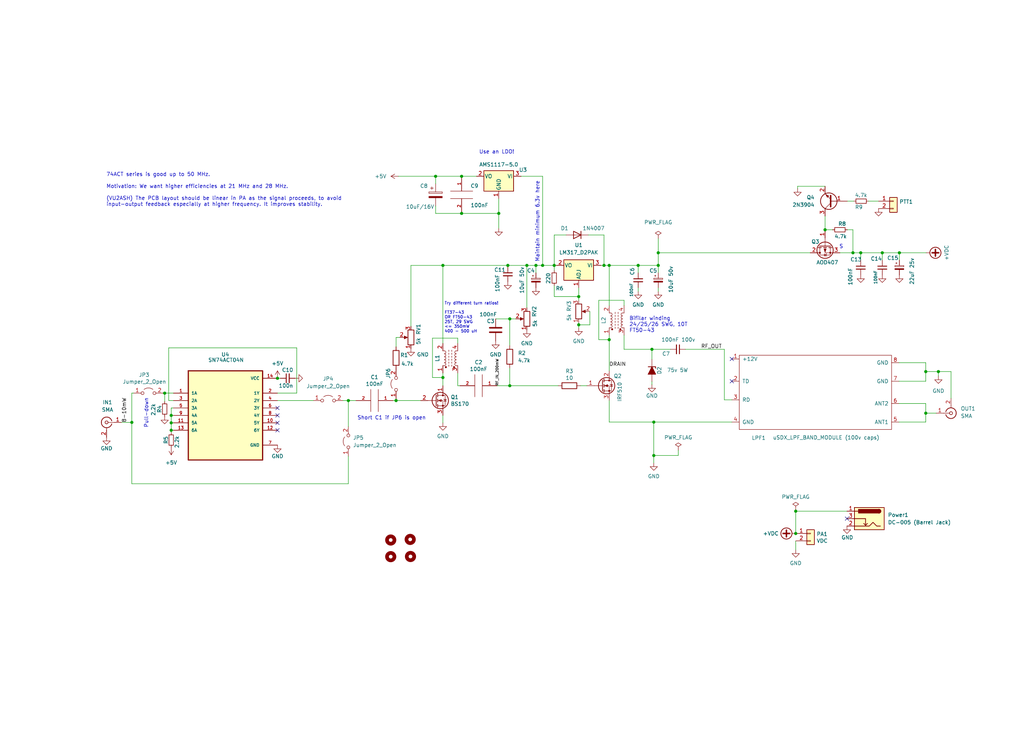
<source format=kicad_sch>
(kicad_sch (version 20211123) (generator eeschema)
  (paper "User" 350.012 250.012)
  (title_block (title "Easy-PA-With-Pluggable-LPF") (date "2022-11-01") (rev "v8.0") (company "Author: Dhiru Kholia (VU3CER)") (comment 1 "Designed for https://github.com/kholia/Easy-Digital-Beacons-v1 project") (comment 2 "Motivation: We need usable power on the 10m band!") (comment 3 "Uses ideas and support from VU2BGS (Gajendra Sir), QRP Labs, VU3SXT, VU2ASH, VU2SPF"))
  (lib_symbols
    (symbol "Connector:Barrel_Jack_Switch" (pin_names hide)
      (property "Reference" "J" (at 0 5.334 0))
      (property "Value" "Barrel_Jack_Switch" (at 0 -5.08 0))
      (symbol "Barrel_Jack_Switch_0_1"
        (rectangle (start -5.08 3.81) (end 5.08 -3.81) (stroke (width 0.254)) (fill (type background)))
        (arc (start -3.302 3.175) (mid -3.937 2.54) (end -3.302 1.905) (stroke (width 0.254)))
        (arc (start -3.302 3.175) (mid -3.937 2.54) (end -3.302 1.905) (stroke (width 0.254)) (fill (type outline)))
        (polyline (pts (xy 1.27 -2.286) (xy 1.905 -1.651)) (stroke (width 0.254)))
        (polyline (pts (xy 5.08 2.54) (xy 3.81 2.54)) (stroke (width 0.254)))
        (polyline (pts (xy 5.08 0) (xy 1.27 0) (xy 1.27 -2.286) (xy 0.635 -1.651)) (stroke (width 0.254)))
        (polyline (pts (xy -3.81 -2.54) (xy -2.54 -2.54) (xy -1.27 -1.27) (xy 0 -2.54) (xy 2.54 -2.54) (xy 5.08 -2.54)) (stroke (width 0.254)))
        (rectangle (start 3.683 3.175) (end -3.302 1.905) (stroke (width 0.254)) (fill (type outline)))
      )
      (symbol "Barrel_Jack_Switch_1_1"
        (pin passive line (at 7.62 2.54 180) (length 2.54) (name "~") (number "1"))
        (pin passive line (at 7.62 -2.54 180) (length 2.54) (name "~") (number "2"))
        (pin passive line (at 7.62 0 180) (length 2.54) (name "~") (number "3"))
      )
    )
    (symbol "Connector:Conn_Coaxial" (pin_names (offset 1.016) hide)
      (property "Reference" "J" (at 0.254 3.048 0))
      (property "Value" "Conn_Coaxial" (at 2.921 0 90))
      (symbol "Conn_Coaxial_0_1"
        (arc (start -1.778 -0.508) (mid 0.222 -1.808) (end 1.778 0) (stroke (width 0.254)))
        (polyline (pts (xy -2.54 0) (xy -0.508 0)))
        (polyline (pts (xy 0 -2.54) (xy 0 -1.778)))
        (circle (center 0 0) (radius 0.508) (stroke (width 0.2032)))
        (arc (start 1.778 0) (mid 0.222 1.8083) (end -1.778 0.508) (stroke (width 0.254)))
      )
      (symbol "Conn_Coaxial_1_1"
        (pin passive line (at -5.08 0 0) (length 2.54) (name "In") (number "1"))
        (pin passive line (at 0 -5.08 90) (length 2.54) (name "Ext") (number "2"))
      )
    )
    (symbol "Connector_Generic:Conn_01x02" (pin_names (offset 1.016) hide)
      (property "Reference" "J" (at 0 2.54 0))
      (property "Value" "Conn_01x02" (at 0 -5.08 0))
      (symbol "Conn_01x02_1_1"
        (rectangle (start -1.27 -2.413) (end 0 -2.667) (stroke (width 0.1524)))
        (rectangle (start -1.27 0.127) (end 0 -0.127) (stroke (width 0.1524)))
        (rectangle (start -1.27 1.27) (end 1.27 -3.81) (stroke (width 0.254)) (fill (type background)))
        (pin passive line (at -5.08 0 0) (length 3.81) (name "Pin_1") (number "1"))
        (pin passive line (at -5.08 -2.54 0) (length 3.81) (name "Pin_2") (number "2"))
      )
    )
    (symbol "Device:C" (pin_numbers hide) (pin_names (offset 0.254))
      (property "Reference" "C" (at 0.635 2.54 0))
      (property "Value" "C" (at 0.635 -2.54 0))
      (symbol "C_0_1"
        (polyline (pts (xy -2.032 -0.762) (xy 2.032 -0.762)) (stroke (width 0.508)))
        (polyline (pts (xy -2.032 0.762) (xy 2.032 0.762)) (stroke (width 0.508)))
      )
      (symbol "C_1_1"
        (pin passive line (at 0 3.81 270) (length 2.794) (name "~") (number "1"))
        (pin passive line (at 0 -3.81 90) (length 2.794) (name "~") (number "2"))
      )
    )
    (symbol "Device:C_Polarized" (pin_numbers hide) (pin_names (offset 0.254))
      (property "Reference" "C" (at 0.635 2.54 0))
      (property "Value" "C_Polarized" (at 0.635 -2.54 0))
      (symbol "C_Polarized_0_1"
        (rectangle (start -2.286 0.508) (end 2.286 1.016))
        (polyline (pts (xy -1.778 2.286) (xy -0.762 2.286)))
        (polyline (pts (xy -1.27 2.794) (xy -1.27 1.778)))
        (rectangle (start 2.286 -0.508) (end -2.286 -1.016) (fill (type outline)))
      )
      (symbol "C_Polarized_1_1"
        (pin passive line (at 0 3.81 270) (length 2.794) (name "~") (number "1"))
        (pin passive line (at 0 -3.81 90) (length 2.794) (name "~") (number "2"))
      )
    )
    (symbol "Device:C_Polarized_Small" (pin_numbers hide) (pin_names (offset 0.254) hide)
      (property "Reference" "C" (at 0.254 1.778 0))
      (property "Value" "C_Polarized_Small" (at 0.254 -2.032 0))
      (symbol "C_Polarized_Small_0_1"
        (rectangle (start -1.524 -0.3048) (end 1.524 -0.6858) (fill (type outline)))
        (rectangle (start -1.524 0.6858) (end 1.524 0.3048))
        (polyline (pts (xy -1.27 1.524) (xy -0.762 1.524)))
        (polyline (pts (xy -1.016 1.27) (xy -1.016 1.778)))
      )
      (symbol "C_Polarized_Small_1_1"
        (pin passive line (at 0 2.54 270) (length 1.8542) (name "~") (number "1"))
        (pin passive line (at 0 -2.54 90) (length 1.8542) (name "~") (number "2"))
      )
    )
    (symbol "Device:C_Small" (pin_numbers hide) (pin_names (offset 0.254) hide)
      (property "Reference" "C" (at 0.254 1.778 0))
      (property "Value" "C_Small" (at 0.254 -2.032 0))
      (symbol "C_Small_0_1"
        (polyline (pts (xy -1.524 -0.508) (xy 1.524 -0.508)) (stroke (width 0.3302)))
        (polyline (pts (xy -1.524 0.508) (xy 1.524 0.508)) (stroke (width 0.3048)))
      )
      (symbol "C_Small_1_1"
        (pin passive line (at 0 2.54 270) (length 2.032) (name "~") (number "1"))
        (pin passive line (at 0 -2.54 90) (length 2.032) (name "~") (number "2"))
      )
    )
    (symbol "Device:D_Zener_Filled" (pin_numbers hide) (pin_names (offset 1.016) hide)
      (property "Reference" "D" (at 0 2.54 0))
      (property "Value" "D_Zener_Filled" (at 0 -2.54 0))
      (symbol "D_Zener_Filled_0_1"
        (polyline (pts (xy 1.27 0) (xy -1.27 0)))
        (polyline (pts (xy -1.27 -1.27) (xy -1.27 1.27) (xy -0.762 1.27)) (stroke (width 0.254)))
        (polyline (pts (xy 1.27 -1.27) (xy 1.27 1.27) (xy -1.27 0) (xy 1.27 -1.27)) (stroke (width 0.254)) (fill (type outline)))
      )
      (symbol "D_Zener_Filled_1_1"
        (pin passive line (at -3.81 0 0) (length 2.54) (name "K") (number "1"))
        (pin passive line (at 3.81 0 180) (length 2.54) (name "A") (number "2"))
      )
    )
    (symbol "Device:L_Ferrite_Coupled" (pin_names (offset 0.254) hide)
      (property "Reference" "L" (at 0 4.445 0))
      (property "Value" "L_Ferrite_Coupled" (at 0 -4.445 0))
      (symbol "L_Ferrite_Coupled_0_1"
        (circle (center -3.048 -1.27) (radius 0.254) (fill (type outline)))
        (circle (center -3.048 1.524) (radius 0.254) (fill (type outline)))
        (arc (start -2.54 2.032) (mid -2.032 1.524) (end -1.524 2.032))
        (arc (start -1.524 -2.032) (mid -2.032 -1.524) (end -2.54 -2.032))
        (arc (start -1.524 2.032) (mid -1.016 1.524) (end -0.508 2.032))
        (arc (start -0.508 -2.032) (mid -1.016 -1.524) (end -1.524 -2.032))
        (arc (start -0.508 2.032) (mid 0 1.524) (end 0.508 2.032))
        (polyline (pts (xy -2.794 -0.508) (xy -2.286 -0.508)))
        (polyline (pts (xy -2.794 0.508) (xy -2.286 0.508)))
        (polyline (pts (xy -2.54 -2.032) (xy -2.54 -2.54)))
        (polyline (pts (xy -2.54 2.032) (xy -2.54 2.54)))
        (polyline (pts (xy -1.778 -0.508) (xy -1.27 -0.508)))
        (polyline (pts (xy -1.778 0.508) (xy -1.27 0.508)))
        (polyline (pts (xy -0.762 -0.508) (xy -0.254 -0.508)))
        (polyline (pts (xy -0.762 0.508) (xy -0.254 0.508)))
        (polyline (pts (xy 0.254 -0.508) (xy 0.762 -0.508)))
        (polyline (pts (xy 0.254 0.508) (xy 0.762 0.508)))
        (polyline (pts (xy 1.27 -0.508) (xy 1.778 -0.508)))
        (polyline (pts (xy 1.27 0.508) (xy 1.778 0.508)))
        (polyline (pts (xy 2.286 -0.508) (xy 2.794 -0.508)))
        (polyline (pts (xy 2.286 0.508) (xy 2.794 0.508)))
        (polyline (pts (xy 2.54 -2.032) (xy 2.54 -2.54)))
        (polyline (pts (xy 2.54 2.54) (xy 2.54 2.032)))
        (arc (start 0.508 -2.032) (mid 0 -1.524) (end -0.508 -2.032))
        (arc (start 0.508 2.032) (mid 1.016 1.524) (end 1.524 2.032))
        (arc (start 1.524 -2.032) (mid 1.016 -1.524) (end 0.508 -2.032))
        (arc (start 1.524 2.032) (mid 2.032 1.524) (end 2.54 2.032))
        (arc (start 2.54 -2.032) (mid 2.032 -1.524) (end 1.524 -2.032))
      )
      (symbol "L_Ferrite_Coupled_1_1"
        (pin passive line (at -5.08 2.54 0) (length 2.54) (name "1") (number "1"))
        (pin passive line (at 5.08 2.54 180) (length 2.54) (name "2") (number "2"))
        (pin passive line (at -5.08 -2.54 0) (length 2.54) (name "3") (number "3"))
        (pin passive line (at 5.08 -2.54 180) (length 2.54) (name "4") (number "4"))
      )
    )
    (symbol "Device:R" (pin_numbers hide) (pin_names (offset 0))
      (property "Reference" "R" (at 2.032 0 90))
      (property "Value" "R" (at 0 0 90))
      (symbol "R_0_1"
        (rectangle (start -1.016 -2.54) (end 1.016 2.54) (stroke (width 0.254)))
      )
      (symbol "R_1_1"
        (pin passive line (at 0 3.81 270) (length 1.27) (name "~") (number "1"))
        (pin passive line (at 0 -3.81 90) (length 1.27) (name "~") (number "2"))
      )
    )
    (symbol "Device:R_Potentiometer" (pin_names (offset 1.016) hide)
      (property "Reference" "RV" (at -4.445 0 90))
      (property "Value" "R_Potentiometer" (at -2.54 0 90))
      (symbol "R_Potentiometer_0_1"
        (polyline (pts (xy 2.54 0) (xy 1.524 0)))
        (polyline (pts (xy 1.143 0) (xy 2.286 0.508) (xy 2.286 -0.508) (xy 1.143 0)) (fill (type outline)))
        (rectangle (start 1.016 2.54) (end -1.016 -2.54) (stroke (width 0.254)))
      )
      (symbol "R_Potentiometer_1_1"
        (pin passive line (at 0 3.81 270) (length 1.27) (name "1") (number "1"))
        (pin passive line (at 3.81 0 180) (length 1.27) (name "2") (number "2"))
        (pin passive line (at 0 -3.81 90) (length 1.27) (name "3") (number "3"))
      )
    )
    (symbol "Device:R_Small" (pin_numbers hide) (pin_names (offset 0.254) hide)
      (property "Reference" "R" (at 0.762 0.508 0))
      (property "Value" "R_Small" (at 0.762 -1.016 0))
      (symbol "R_Small_0_1"
        (rectangle (start -0.762 1.778) (end 0.762 -1.778) (stroke (width 0.2032)))
      )
      (symbol "R_Small_1_1"
        (pin passive line (at 0 2.54 270) (length 0.762) (name "~") (number "1"))
        (pin passive line (at 0 -2.54 90) (length 0.762) (name "~") (number "2"))
      )
    )
    (symbol "Diode:1N4007" (pin_numbers hide) (pin_names hide)
      (property "Reference" "D" (at 0 2.54 0))
      (property "Value" "1N4007" (at 0 -2.54 0))
      (symbol "1N4007_0_1"
        (polyline (pts (xy -1.27 1.27) (xy -1.27 -1.27)) (stroke (width 0.254)))
        (polyline (pts (xy 1.27 0) (xy -1.27 0)))
        (polyline (pts (xy 1.27 1.27) (xy 1.27 -1.27) (xy -1.27 0) (xy 1.27 1.27)) (stroke (width 0.254)))
      )
      (symbol "1N4007_1_1"
        (pin passive line (at -3.81 0 0) (length 2.54) (name "K") (number "1"))
        (pin passive line (at 3.81 0 180) (length 2.54) (name "A") (number "2"))
      )
    )
    (symbol "Jumper:Jumper_2_Open" (pin_names (offset 0) hide)
      (property "Reference" "JP" (at 0 2.794 0))
      (property "Value" "Jumper_2_Open" (at 0 -2.286 0))
      (symbol "Jumper_2_Open_0_0"
        (circle (center -2.032 0) (radius 0.508))
        (circle (center 2.032 0) (radius 0.508))
      )
      (symbol "Jumper_2_Open_0_1"
        (arc (start 1.524 1.27) (mid 0 1.778) (end -1.524 1.27))
      )
      (symbol "Jumper_2_Open_1_1"
        (pin passive line (at -5.08 0 0) (length 2.54) (name "A") (number "1"))
        (pin passive line (at 5.08 0 180) (length 2.54) (name "B") (number "2"))
      )
    )
    (symbol "Mechanical:MountingHole" (pin_names (offset 1.016))
      (property "Reference" "H" (at 0 5.08 0))
      (property "Value" "MountingHole" (at 0 3.175 0))
      (symbol "MountingHole_0_1"
        (circle (center 0 0) (radius 1.27) (stroke (width 1.27)))
      )
    )
    (symbol "Regulator_Linear:AMS1117-5.0" (pin_names (offset 0.254))
      (property "Reference" "U" (at -3.81 3.175 0))
      (property "Value" "AMS1117-5.0" (at 0 3.175 0))
      (symbol "AMS1117-5.0_0_1"
        (rectangle (start -5.08 -5.08) (end 5.08 1.905) (stroke (width 0.254)) (fill (type background)))
      )
      (symbol "AMS1117-5.0_1_1"
        (pin power_in line (at 0 -7.62 90) (length 2.54) (name "GND") (number "1"))
        (pin power_out line (at 7.62 0 180) (length 2.54) (name "VO") (number "2"))
        (pin power_in line (at -7.62 0 0) (length 2.54) (name "VI") (number "3"))
      )
    )
    (symbol "Regulator_Linear:LM317_TO-252" (pin_names (offset 0.254))
      (property "Reference" "U" (at -3.81 3.175 0))
      (property "Value" "LM317_TO-252" (at 0 3.175 0))
      (symbol "LM317_TO-252_0_1"
        (rectangle (start -5.08 1.905) (end 5.08 -5.08) (stroke (width 0.254)) (fill (type background)))
      )
      (symbol "LM317_TO-252_1_1"
        (pin input line (at 0 -7.62 90) (length 2.54) (name "ADJ") (number "1"))
        (pin power_out line (at 7.62 0 180) (length 2.54) (name "VO") (number "2"))
        (pin power_in line (at -7.62 0 0) (length 2.54) (name "VI") (number "3"))
      )
    )
    (symbol "SN74HC04N:SN74HC04N" (pin_names (offset 1.016))
      (property "Reference" "U" (at -12.7 16.2306 0))
      (property "Value" "SN74HC04N" (at -12.7 -19.2278 0))
      (symbol "SN74HC04N_0_0"
        (rectangle (start -12.7 -15.24) (end 12.7 15.24) (stroke (width 0.4064)) (fill (type background)))
        (pin input line (at -17.78 7.62 0) (length 5.08) (name "1A") (number "1"))
        (pin output line (at 17.78 -2.54 180) (length 5.08) (name "5Y") (number "10"))
        (pin input line (at -17.78 -2.54 0) (length 5.08) (name "5A") (number "11"))
        (pin output line (at 17.78 -5.08 180) (length 5.08) (name "6Y") (number "12"))
        (pin input line (at -17.78 -5.08 0) (length 5.08) (name "6A") (number "13"))
        (pin power_in line (at 17.78 12.7 180) (length 5.08) (name "VCC") (number "14"))
        (pin output line (at 17.78 7.62 180) (length 5.08) (name "1Y") (number "2"))
        (pin input line (at -17.78 5.08 0) (length 5.08) (name "2A") (number "3"))
        (pin output line (at 17.78 5.08 180) (length 5.08) (name "2Y") (number "4"))
        (pin input line (at -17.78 2.54 0) (length 5.08) (name "3A") (number "5"))
        (pin output line (at 17.78 2.54 180) (length 5.08) (name "3Y") (number "6"))
        (pin power_in line (at 17.78 -10.16 180) (length 5.08) (name "GND") (number "7"))
        (pin output line (at 17.78 0 180) (length 5.08) (name "4Y") (number "8"))
        (pin input line (at -17.78 0 0) (length 5.08) (name "4A") (number "9"))
      )
    )
    (symbol "Transistor_BJT:MMBT3904" (pin_names (offset 0) hide)
      (property "Reference" "Q" (at 5.08 1.905 0))
      (property "Value" "MMBT3904" (at 5.08 0 0))
      (symbol "MMBT3904_0_1"
        (polyline (pts (xy 0.635 0.635) (xy 2.54 2.54)))
        (polyline (pts (xy 0.635 -0.635) (xy 2.54 -2.54) (xy 2.54 -2.54)))
        (polyline (pts (xy 0.635 1.905) (xy 0.635 -1.905) (xy 0.635 -1.905)) (stroke (width 0.508)))
        (polyline (pts (xy 1.27 -1.778) (xy 1.778 -1.27) (xy 2.286 -2.286) (xy 1.27 -1.778) (xy 1.27 -1.778)) (fill (type outline)))
        (circle (center 1.27 0) (radius 2.8194) (stroke (width 0.254)))
      )
      (symbol "MMBT3904_1_1"
        (pin input line (at -5.08 0 0) (length 5.715) (name "B") (number "1"))
        (pin passive line (at 2.54 -5.08 90) (length 2.54) (name "E") (number "2"))
        (pin passive line (at 2.54 5.08 270) (length 2.54) (name "C") (number "3"))
      )
    )
    (symbol "Transistor_FET:BS170" (pin_names hide)
      (property "Reference" "Q" (at 5.08 1.905 0))
      (property "Value" "BS170" (at 5.08 0 0))
      (symbol "BS170_0_1"
        (polyline (pts (xy 0.254 0) (xy -2.54 0)))
        (polyline (pts (xy 0.254 1.905) (xy 0.254 -1.905)) (stroke (width 0.254)))
        (polyline (pts (xy 0.762 -1.27) (xy 0.762 -2.286)) (stroke (width 0.254)))
        (polyline (pts (xy 0.762 0.508) (xy 0.762 -0.508)) (stroke (width 0.254)))
        (polyline (pts (xy 0.762 2.286) (xy 0.762 1.27)) (stroke (width 0.254)))
        (polyline (pts (xy 2.54 2.54) (xy 2.54 1.778)))
        (polyline (pts (xy 2.54 -2.54) (xy 2.54 0) (xy 0.762 0)))
        (polyline (pts (xy 0.762 -1.778) (xy 3.302 -1.778) (xy 3.302 1.778) (xy 0.762 1.778)))
        (polyline (pts (xy 1.016 0) (xy 2.032 0.381) (xy 2.032 -0.381) (xy 1.016 0)) (fill (type outline)))
        (polyline (pts (xy 2.794 0.508) (xy 2.921 0.381) (xy 3.683 0.381) (xy 3.81 0.254)))
        (polyline (pts (xy 3.302 0.381) (xy 2.921 -0.254) (xy 3.683 -0.254) (xy 3.302 0.381)))
        (circle (center 1.651 0) (radius 2.794) (stroke (width 0.254)))
        (circle (center 2.54 -1.778) (radius 0.254) (fill (type outline)))
        (circle (center 2.54 1.778) (radius 0.254) (fill (type outline)))
      )
      (symbol "BS170_1_1"
        (pin passive line (at 2.54 5.08 270) (length 2.54) (name "D") (number "1"))
        (pin input line (at -5.08 0 0) (length 2.54) (name "G") (number "2"))
        (pin passive line (at 2.54 -5.08 90) (length 2.54) (name "S") (number "3"))
      )
    )
    (symbol "Transistor_FET:IRF540N" (pin_names hide)
      (property "Reference" "Q" (at 6.35 1.905 0))
      (property "Value" "IRF540N" (at 6.35 0 0))
      (symbol "IRF540N_0_1"
        (polyline (pts (xy 0.254 0) (xy -2.54 0)))
        (polyline (pts (xy 0.254 1.905) (xy 0.254 -1.905)) (stroke (width 0.254)))
        (polyline (pts (xy 0.762 -1.27) (xy 0.762 -2.286)) (stroke (width 0.254)))
        (polyline (pts (xy 0.762 0.508) (xy 0.762 -0.508)) (stroke (width 0.254)))
        (polyline (pts (xy 0.762 2.286) (xy 0.762 1.27)) (stroke (width 0.254)))
        (polyline (pts (xy 2.54 2.54) (xy 2.54 1.778)))
        (polyline (pts (xy 2.54 -2.54) (xy 2.54 0) (xy 0.762 0)))
        (polyline (pts (xy 0.762 -1.778) (xy 3.302 -1.778) (xy 3.302 1.778) (xy 0.762 1.778)))
        (polyline (pts (xy 1.016 0) (xy 2.032 0.381) (xy 2.032 -0.381) (xy 1.016 0)) (fill (type outline)))
        (polyline (pts (xy 2.794 0.508) (xy 2.921 0.381) (xy 3.683 0.381) (xy 3.81 0.254)))
        (polyline (pts (xy 3.302 0.381) (xy 2.921 -0.254) (xy 3.683 -0.254) (xy 3.302 0.381)))
        (circle (center 1.651 0) (radius 2.794) (stroke (width 0.254)))
        (circle (center 2.54 -1.778) (radius 0.254) (fill (type outline)))
        (circle (center 2.54 1.778) (radius 0.254) (fill (type outline)))
      )
      (symbol "IRF540N_1_1"
        (pin input line (at -5.08 0 0) (length 2.54) (name "G") (number "1"))
        (pin passive line (at 2.54 5.08 270) (length 2.54) (name "D") (number "2"))
        (pin passive line (at 2.54 -5.08 90) (length 2.54) (name "S") (number "3"))
      )
    )
    (symbol "Transistor_FET:IRF9540N" (pin_names hide)
      (property "Reference" "Q" (at 5.08 1.905 0))
      (property "Value" "IRF9540N" (at 5.08 0 0))
      (symbol "IRF9540N_0_1"
        (polyline (pts (xy 0.254 0) (xy -2.54 0)))
        (polyline (pts (xy 0.254 1.905) (xy 0.254 -1.905)) (stroke (width 0.254)))
        (polyline (pts (xy 0.762 -1.27) (xy 0.762 -2.286)) (stroke (width 0.254)))
        (polyline (pts (xy 0.762 0.508) (xy 0.762 -0.508)) (stroke (width 0.254)))
        (polyline (pts (xy 0.762 2.286) (xy 0.762 1.27)) (stroke (width 0.254)))
        (polyline (pts (xy 2.54 2.54) (xy 2.54 1.778)))
        (polyline (pts (xy 2.54 -2.54) (xy 2.54 0) (xy 0.762 0)))
        (polyline (pts (xy 0.762 1.778) (xy 3.302 1.778) (xy 3.302 -1.778) (xy 0.762 -1.778)))
        (polyline (pts (xy 2.286 0) (xy 1.27 0.381) (xy 1.27 -0.381) (xy 2.286 0)) (fill (type outline)))
        (polyline (pts (xy 2.794 -0.508) (xy 2.921 -0.381) (xy 3.683 -0.381) (xy 3.81 -0.254)))
        (polyline (pts (xy 3.302 -0.381) (xy 2.921 0.254) (xy 3.683 0.254) (xy 3.302 -0.381)))
        (circle (center 1.651 0) (radius 2.794) (stroke (width 0.254)))
        (circle (center 2.54 -1.778) (radius 0.254) (fill (type outline)))
        (circle (center 2.54 1.778) (radius 0.254) (fill (type outline)))
      )
      (symbol "IRF9540N_1_1"
        (pin input line (at -5.08 0 0) (length 2.54) (name "G") (number "1"))
        (pin passive line (at 2.54 5.08 270) (length 2.54) (name "D") (number "2"))
        (pin passive line (at 2.54 -5.08 90) (length 2.54) (name "S") (number "3"))
      )
    )
    (symbol "power:+5V" (power) (pin_names (offset 0))
      (property "Value" "+5V" (at 0 3.556 0))
      (symbol "+5V_0_1"
        (polyline (pts (xy -0.762 1.27) (xy 0 2.54)))
        (polyline (pts (xy 0 0) (xy 0 2.54)))
        (polyline (pts (xy 0 2.54) (xy 0.762 1.27)))
      )
      (symbol "+5V_1_1"
        (pin power_in line (at 0 0 90) (length 0) hide (name "+5V") (number "1"))
      )
    )
    (symbol "power:+VDC" (power) (pin_names (offset 0))
      (property "Value" "+VDC" (at 0 6.35 0))
      (symbol "+VDC_0_1"
        (polyline (pts (xy -1.143 3.175) (xy 1.143 3.175)) (stroke (width 0.508)))
        (polyline (pts (xy 0 0) (xy 0 1.27)))
        (polyline (pts (xy 0 2.032) (xy 0 4.318)) (stroke (width 0.508)))
        (circle (center 0 3.175) (radius 1.905) (stroke (width 0.254)))
      )
      (symbol "+VDC_1_1"
        (pin power_in line (at 0 0 90) (length 0) hide (name "+VDC") (number "1"))
      )
    )
    (symbol "power:GND" (power) (pin_names (offset 0))
      (property "Value" "GND" (at 0 -3.81 0))
      (symbol "GND_0_1"
        (polyline (pts (xy 0 0) (xy 0 -1.27) (xy 1.27 -1.27) (xy 0 -2.54) (xy -1.27 -1.27) (xy 0 -1.27)))
      )
      (symbol "GND_1_1"
        (pin power_in line (at 0 0 270) (length 0) hide (name "GND") (number "1"))
      )
    )
    (symbol "power:PWR_FLAG" (power) (pin_numbers hide) (pin_names (offset 0) hide)
      (property "Value" "PWR_FLAG" (at 0 3.81 0))
      (symbol "PWR_FLAG_0_0"
        (pin power_out line (at 0 0 90) (length 0) (name "pwr") (number "1"))
      )
      (symbol "PWR_FLAG_0_1"
        (polyline (pts (xy 0 0) (xy 0 1.27) (xy -1.016 1.905) (xy 0 2.54) (xy 1.016 1.905) (xy 0 1.27)))
      )
    )
    (symbol "pspice:CAP" (pin_names (offset 0.254))
      (property "Reference" "C" (at 2.54 3.81 90))
      (property "Value" "CAP" (at 2.54 -3.81 90))
      (symbol "CAP_0_1"
        (polyline (pts (xy -3.81 -1.27) (xy 3.81 -1.27)))
        (polyline (pts (xy -3.81 1.27) (xy 3.81 1.27)))
      )
      (symbol "CAP_1_1"
        (pin passive line (at 0 6.35 270) (length 5.08) (name "~") (number "1"))
        (pin passive line (at 0 -6.35 90) (length 5.08) (name "~") (number "2"))
      )
    )
    (symbol "uSDX LPF BAND Module:uSDX_LPF_BAND_MODULE" (pin_names (offset 1.016))
      (property "Reference" "U" (at 0 5.08 0))
      (property "Value" "uSDX_LPF_BAND_MODULE" (at -1.27 1.27 0))
      (symbol "uSDX_LPF_BAND_MODULE_0_1"
        (polyline (pts (xy -25.4 12.7) (xy 25.4 12.7) (xy 25.4 -12.7) (xy -26.67 -12.7) (xy -26.67 12.7) (xy -25.4 12.7)))
      )
      (symbol "uSDX_LPF_BAND_MODULE_1_1"
        (pin input line (at 27.94 11.43 180) (length 2.54) (name "+12V") (number "1"))
        (pin input line (at 27.94 3.81 180) (length 2.54) (name "TD") (number "2"))
        (pin input line (at 27.94 -2.54 180) (length 2.54) (name "RD") (number "3"))
        (pin input line (at 27.94 -10.16 180) (length 2.54) (name "GND") (number "4"))
        (pin input line (at -29.21 -10.16 0) (length 2.54) (name "ANT1") (number "5"))
        (pin input line (at -29.21 -3.81 0) (length 2.54) (name "ANT2") (number "6"))
        (pin input line (at -29.21 3.81 0) (length 2.54) (name "GND") (number "7"))
        (pin input line (at -29.21 10.16 0) (length 2.54) (name "GND") (number "8"))
      )
    )
  )
  (junction (at 185.4708 90.7796))
  (junction (at 183.1848 90.7796))
  (junction (at 174.244 131.9276))
  (junction (at 56.2864 134.4676))
  (junction (at 223.4692 155.8036))
  (junction (at 206.4512 90.7796))
  (junction (at 301.5742 86.4616))
  (junction (at 94.8436 129.3876))
  (junction (at 135.382 137.0076))
  (junction (at 223.4692 144.3736))
  (junction (at 157.7848 60.2996))
  (junction (at 148.8948 60.2996))
  (junction (at 170.4848 72.9996))
  (junction (at 291.5412 86.4616))
  (junction (at 189.4332 90.7796))
  (junction (at 271.9832 182.4736))
  (junction (at 58.5216 144.6276))
  (junction (at 173.5836 90.7796))
  (junction (at 320.7512 127.1016))
  (junction (at 222.8342 119.4816))
  (junction (at 208.2292 90.7796))
  (junction (at 208.2292 116.1796))
  (junction (at 151.384 90.7796))
  (junction (at 316.4332 127.1016))
  (junction (at 224.9932 86.4616))
  (junction (at 294.2082 86.4616))
  (junction (at 157.7848 72.9996))
  (junction (at 197.8152 101.4476))
  (junction (at 224.9932 90.7796))
  (junction (at 45.0596 144.4752))
  (junction (at 307.4162 86.4616))
  (junction (at 58.5216 142.0876))
  (junction (at 197.8152 111.0996))
  (junction (at 151.384 129.1336))
  (junction (at 119.0752 137.0076))
  (junction (at 180.086 90.7796))
  (junction (at 282.0162 78.5876))
  (junction (at 316.4332 141.3256))
  (junction (at 271.9832 174.8536))
  (junction (at 174.244 109.0676))
  (junction (at 58.5216 147.1676))
  (junction (at 218.1352 90.7796))
  (no_connect (at 94.8436 142.0876))
  (no_connect (at 250.1392 130.4036))
  (no_connect (at 94.8436 139.5476))
  (no_connect (at 94.8436 147.1676))
  (no_connect (at 94.8436 144.6276))
  (no_connect (at 250.1392 122.7836))
  (no_connect (at 289.5092 177.3936))
  (wire (pts (xy 224.9932 81.6356) (xy 224.9932 86.4616)))
  (wire (pts (xy 189.4332 90.7796) (xy 189.4332 92.5576)))
  (wire (pts (xy 170.4848 72.9996) (xy 157.7848 72.9996)))
  (wire (pts (xy 301.5742 86.4616) (xy 307.4162 86.4616)))
  (wire (pts (xy 58.5216 142.0876) (xy 58.5216 144.6276)))
  (wire (pts (xy 156.464 127.6096) (xy 156.464 131.9276)))
  (wire (pts (xy 151.384 90.7796) (xy 140.462 90.7796)))
  (wire (pts (xy 58.5216 144.6276) (xy 58.5216 147.1676)))
  (wire (pts (xy 135.382 136.398) (xy 135.382 137.0076)))
  (wire (pts (xy 151.384 129.1336) (xy 147.828 129.1336)))
  (wire (pts (xy 198.4248 131.9276) (xy 200.6092 131.9276)))
  (wire (pts (xy 231.8512 154.0256) (xy 231.8512 155.8036)))
  (wire (pts (xy 208.2292 116.1796) (xy 208.2292 114.6556)))
  (wire (pts (xy 58.5216 144.6276) (xy 59.2836 144.6276)))
  (wire (pts (xy 135.382 137.0076) (xy 143.764 137.0076)))
  (wire (pts (xy 208.2292 144.3736) (xy 223.4692 144.3736)))
  (wire (pts (xy 208.2292 116.1796) (xy 208.2292 126.8476)))
  (wire (pts (xy 201.6252 111.0996) (xy 201.6252 106.5276)))
  (wire (pts (xy 174.244 109.0676) (xy 174.244 118.2116)))
  (wire (pts (xy 174.244 131.9276) (xy 190.8048 131.9276)))
  (wire (pts (xy 208.2292 144.3736) (xy 208.2292 137.0076)))
  (wire (pts (xy 180.086 90.7796) (xy 180.086 105.2576)))
  (wire (pts (xy 316.4332 144.3736) (xy 316.4332 141.3256)))
  (wire (pts (xy 218.1352 93.3196) (xy 218.1352 90.7796)))
  (wire (pts (xy 282.0162 78.5876) (xy 284.5562 78.5876)))
  (wire (pts (xy 157.7848 72.9996) (xy 148.8948 72.9996)))
  (wire (pts (xy 307.4162 86.4616) (xy 307.4162 89.0016)))
  (wire (pts (xy 208.2292 116.1796) (xy 204.6732 116.1796)))
  (wire (pts (xy 271.9832 174.8536) (xy 271.9832 182.4736)))
  (wire (pts (xy 58.5216 147.1676) (xy 59.2836 147.1676)))
  (wire (pts (xy 174.244 125.8316) (xy 174.244 131.9276)))
  (wire (pts (xy 206.4512 80.3656) (xy 206.4512 90.7796)))
  (wire (pts (xy 291.5412 86.4616) (xy 294.2082 86.4616)))
  (wire (pts (xy 59.2836 139.5476) (xy 58.5216 139.5476)))
  (wire (pts (xy 294.2082 89.0016) (xy 294.2082 86.4616)))
  (wire (pts (xy 173.5836 91.2876) (xy 173.5836 90.7796)))
  (wire (pts (xy 223.4692 144.3736) (xy 250.1392 144.3736)))
  (wire (pts (xy 224.9932 90.7796) (xy 218.1352 90.7796)))
  (wire (pts (xy 271.9832 174.8536) (xy 289.5092 174.8536)))
  (wire (pts (xy 58.5216 147.1676) (xy 58.5216 147.9804)))
  (wire (pts (xy 272.6182 64.4906) (xy 272.6182 63.7286)))
  (wire (pts (xy 136.652 115.4176) (xy 135.382 115.4176)))
  (wire (pts (xy 45.0596 144.4752) (xy 45.0596 165.4556)))
  (wire (pts (xy 320.7512 127.1016) (xy 325.0692 127.1016)))
  (wire (pts (xy 151.384 90.7796) (xy 151.384 117.4496)))
  (wire (pts (xy 151.384 131.9276) (xy 151.384 129.1336)))
  (wire (pts (xy 156.464 115.6716) (xy 156.464 117.4496)))
  (wire (pts (xy 147.828 129.1336) (xy 147.828 115.6716)))
  (wire (pts (xy 169.926 131.9276) (xy 174.244 131.9276)))
  (wire (pts (xy 119.0752 165.4556) (xy 119.0752 156.0576)))
  (wire (pts (xy 213.3092 114.6556) (xy 213.3092 119.4816)))
  (wire (pts (xy 201.1172 80.3656) (xy 206.4512 80.3656)))
  (wire (pts (xy 45.0596 134.4676) (xy 45.6692 134.4676)))
  (wire (pts (xy 222.8342 119.4816) (xy 229.1842 119.4816)))
  (wire (pts (xy 289.6362 68.8086) (xy 291.7952 68.8086)))
  (wire (pts (xy 45.0596 165.4556) (xy 119.0752 165.4556)))
  (wire (pts (xy 197.8152 111.0996) (xy 201.6252 111.0996)))
  (wire (pts (xy 204.6732 102.7176) (xy 213.3092 102.7176)))
  (wire (pts (xy 55.8292 134.4676) (xy 56.2864 134.4676)))
  (wire (pts (xy 224.9932 86.4616) (xy 276.9362 86.4616)))
  (wire (pts (xy 307.2892 130.4036) (xy 316.4332 130.4036)))
  (wire (pts (xy 213.3092 102.7176) (xy 213.3092 104.4956)))
  (wire (pts (xy 282.0162 78.8416) (xy 282.0162 78.5876)))
  (wire (pts (xy 319.9892 141.3256) (xy 316.4332 141.3256)))
  (wire (pts (xy 148.8948 60.2996) (xy 157.7848 60.2996)))
  (wire (pts (xy 316.4332 141.3256) (xy 316.4332 138.0236)))
  (wire (pts (xy 58.5216 142.0876) (xy 59.2836 142.0876)))
  (wire (pts (xy 316.4332 124.0536) (xy 316.4332 127.1016)))
  (wire (pts (xy 57.658 118.9736) (xy 57.658 137.0076)))
  (wire (pts (xy 271.9832 174.3456) (xy 271.9832 174.8536)))
  (wire (pts (xy 151.384 90.7796) (xy 173.5836 90.7796)))
  (wire (pts (xy 223.4692 144.3736) (xy 223.4692 155.8036)))
  (wire (pts (xy 189.4332 90.7796) (xy 190.1952 90.7796)))
  (wire (pts (xy 176.276 109.0676) (xy 174.244 109.0676)))
  (wire (pts (xy 296.8752 68.8086) (xy 300.3042 68.8086)))
  (wire (pts (xy 320.7512 128.6256) (xy 320.7512 127.1016)))
  (wire (pts (xy 222.8342 119.4816) (xy 222.8342 122.9106)))
  (wire (pts (xy 307.2892 124.0536) (xy 316.4332 124.0536)))
  (wire (pts (xy 204.6732 116.1796) (xy 204.6732 102.7176)))
  (wire (pts (xy 148.8948 62.8396) (xy 148.8948 60.2996)))
  (wire (pts (xy 101.4476 118.9736) (xy 101.4476 134.4676)))
  (wire (pts (xy 148.8948 72.9996) (xy 148.8948 70.4596)))
  (wire (pts (xy 224.9932 90.7796) (xy 224.9932 93.3196)))
  (wire (pts (xy 294.2082 86.4616) (xy 301.5742 86.4616)))
  (wire (pts (xy 271.9832 188.0616) (xy 271.9832 185.0136)))
  (wire (pts (xy 282.0162 73.8886) (xy 282.0162 78.5876)))
  (wire (pts (xy 94.8436 137.0076) (xy 107.0864 137.0076)))
  (wire (pts (xy 223.4692 155.8036) (xy 223.4692 158.3436)))
  (wire (pts (xy 119.0752 137.0076) (xy 121.666 137.0076)))
  (wire (pts (xy 234.2642 119.4816) (xy 247.5992 119.4816)))
  (wire (pts (xy 224.9932 98.3996) (xy 224.9932 99.6696)))
  (wire (pts (xy 156.464 131.9276) (xy 157.226 131.9276)))
  (wire (pts (xy 151.384 127.6096) (xy 151.384 129.1336)))
  (wire (pts (xy 208.2292 90.7796) (xy 208.2292 104.4956)))
  (wire (pts (xy 117.2464 137.0076) (xy 119.0752 137.0076)))
  (wire (pts (xy 189.4332 80.3656) (xy 189.4332 90.7796)))
  (wire (pts (xy 157.7848 60.2996) (xy 162.8648 60.2996)))
  (wire (pts (xy 183.1848 90.7796) (xy 180.086 90.7796)))
  (wire (pts (xy 197.8152 98.3996) (xy 197.8152 101.4476)))
  (wire (pts (xy 170.4848 78.0796) (xy 170.4848 72.9996)))
  (wire (pts (xy 45.0596 134.4676) (xy 45.0596 144.4752)))
  (wire (pts (xy 224.9932 86.4616) (xy 224.9932 90.7796)))
  (wire (pts (xy 287.0962 86.4616) (xy 291.5412 86.4616)))
  (wire (pts (xy 58.5216 139.5476) (xy 58.5216 142.0876)))
  (wire (pts (xy 135.382 115.4176) (xy 135.382 118.618)))
  (wire (pts (xy 189.4332 80.3656) (xy 193.4972 80.3656)))
  (wire (pts (xy 316.5602 86.4616) (xy 307.4162 86.4616)))
  (wire (pts (xy 185.4708 90.7796) (xy 189.4332 90.7796)))
  (wire (pts (xy 325.0692 127.1016) (xy 325.0692 136.2456)))
  (wire (pts (xy 307.2892 144.3736) (xy 316.4332 144.3736)))
  (wire (pts (xy 291.5412 78.5876) (xy 291.5412 86.4616)))
  (wire (pts (xy 197.8152 101.4476) (xy 197.8152 102.7176)))
  (wire (pts (xy 247.5992 119.4816) (xy 247.5992 136.7536)))
  (wire (pts (xy 197.8152 112.1156) (xy 197.8152 111.0996)))
  (wire (pts (xy 101.4476 118.9736) (xy 57.658 118.9736)))
  (wire (pts (xy 222.8342 131.5466) (xy 222.8342 130.5306)))
  (wire (pts (xy 189.4332 97.6376) (xy 189.4332 101.4476)))
  (wire (pts (xy 205.4352 90.7796) (xy 206.4512 90.7796)))
  (wire (pts (xy 218.1352 98.3996) (xy 218.1352 99.6696)))
  (wire (pts (xy 213.3092 119.4816) (xy 222.8342 119.4816)))
  (wire (pts (xy 134.366 137.0076) (xy 135.382 137.0076)))
  (wire (pts (xy 94.8436 129.3876) (xy 95.8088 129.3876)))
  (wire (pts (xy 140.462 90.7796) (xy 140.462 111.6076)))
  (wire (pts (xy 151.384 142.0876) (xy 151.384 144.6276)))
  (wire (pts (xy 185.4708 90.7796) (xy 185.4708 60.2996)))
  (wire (pts (xy 316.4332 127.1016) (xy 320.7512 127.1016)))
  (wire (pts (xy 56.2864 134.4676) (xy 56.2864 137.3632)))
  (wire (pts (xy 208.2292 90.7796) (xy 218.1352 90.7796)))
  (wire (pts (xy 136.1948 60.2996) (xy 148.8948 60.2996)))
  (wire (pts (xy 94.8436 134.4676) (xy 101.4476 134.4676)))
  (wire (pts (xy 147.828 115.6716) (xy 156.464 115.6716)))
  (wire (pts (xy 307.2892 138.0236) (xy 316.4332 138.0236)))
  (wire (pts (xy 41.5036 144.4752) (xy 45.0596 144.4752)))
  (wire (pts (xy 183.1848 90.7796) (xy 183.1848 93.3196)))
  (wire (pts (xy 57.658 137.0076) (xy 59.2836 137.0076)))
  (wire (pts (xy 272.6182 63.7286) (xy 282.0162 63.7286)))
  (wire (pts (xy 316.4332 127.1016) (xy 316.4332 130.4036)))
  (wire (pts (xy 183.1848 90.7796) (xy 185.4708 90.7796)))
  (wire (pts (xy 170.4848 67.9196) (xy 170.4848 72.9996)))
  (wire (pts (xy 197.8152 111.0996) (xy 197.8152 110.3376)))
  (wire (pts (xy 289.6362 78.5876) (xy 291.5412 78.5876)))
  (wire (pts (xy 56.2864 134.4676) (xy 59.2836 134.4676)))
  (wire (pts (xy 206.4512 90.7796) (xy 208.2292 90.7796)))
  (wire (pts (xy 301.5742 86.4616) (xy 301.5742 89.0016)))
  (wire (pts (xy 174.244 109.0676) (xy 169.418 109.0676)))
  (wire (pts (xy 231.8512 155.8036) (xy 223.4692 155.8036)))
  (wire (pts (xy 119.0752 145.8976) (xy 119.0752 137.0076)))
  (wire (pts (xy 173.5836 90.7796) (xy 180.086 90.7796)))
  (wire (pts (xy 247.5992 136.7536) (xy 250.1392 136.7536)))
  (wire (pts (xy 178.1048 60.2996) (xy 185.4708 60.2996)))
  (wire (pts (xy 189.4332 101.4476) (xy 197.8152 101.4476)))
  (text "Maintain minimum 6.3v here" (at 184.4548 89.7128 90) (effects (font (size 1.27 1.27)) (justify left bottom)))
  (text "Pull-down" (at 50.7492 146.4564 90) (effects (font (size 1.27 1.27)) (justify left bottom)))
  (text "Bifilar winding\n24/25/26 SWG, 10T\nFT50-43" (at 215.0872 113.8936 0) (effects (font (size 1.27 1.27)) (justify left bottom)))
  (text "Try different turn ratios!\n\nFT37-43\nOR FT50-43\n25T, 29 SWG\n<= 350mW\n400 - 500 uH" (at 151.892 114.0206 0) (effects (font (size 0.9906 0.9906)) (justify left bottom)))
  (text "74ACT series is good up to 50 MHz.\n\nMotivation: We want higher efficiencies at 21 MHz and 28 MHz.\n\n(VU2ASH) The PCB layout should be linear in PA as the signal proceeds, to avoid \ninput-output feedback especially at higher frequency. It improves stability." (at 36.322 70.7644 0) (effects (font (size 1.27 1.27)) (justify left bottom)))
  (text "Short C1 if JP6 is open" (at 122.1232 143.7894 0) (effects (font (size 1.27 1.27)) (justify left bottom)))
  (text "Use an LDO!" (at 163.7284 52.832 0) (effects (font (size 1.27 1.27)) (justify left bottom)))
  (text "S" (at 286.8422 85.1916 0) (effects (font (size 1.27 1.27)) (justify left bottom)))
  (label "8-10mW" (at 43.5356 144.4752 90))
  (label "DRAIN" (at 208.2292 125.5776 0))
  (label "RF_IN_200mW" (at 170.688 131.9276 90) (effects (font (size 0.889 0.889))))
  (label "RF_OUT" (at 239.5982 119.4816 0))
  (symbol (lib_id "Device:C_Polarized_Small") (at 224.9932 95.8596 0) (unit 1)
    (property "Reference" "C5" (at 221.9452 92.5576 0) (effects (justify left)))
    (property "Value" "10uF 50v" (at 229.3112 100.1776 90) (effects (justify left)))
    (property "Footprint" "Capacitor_THT:CP_Radial_D5.0mm_P2.50mm" (effects hide))
  )
  (symbol (lib_id "Device:C_Small") (at 231.7242 119.4816 270) (unit 1)
    (property "Reference" "C7" (at 227.6602 121.0056 90))
    (property "Value" "100nF 100v" (at 231.8512 116.1796 90))
    (property "Footprint" "Capacitor_SMD:C_1206_3216Metric_Pad1.33x1.80mm_HandSolder" (effects hide))
  )
  (symbol (lib_id "pspice:CAP") (at 163.576 131.9276 270) (unit 1)
    (property "Reference" "C2" (at 163.576 123.9266 90))
    (property "Value" "100nF" (at 163.576 126.238 90))
    (property "Footprint" "Capacitor_SMD:C_1206_3216Metric_Pad1.33x1.80mm_HandSolder" (effects hide))
  )
  (symbol (lib_id "uSDX LPF BAND Module:uSDX_LPF_BAND_MODULE") (at 278.0792 134.2136 0) (mirror y) (unit 1)
    (property "Reference" "LPF1" (at 259.334 149.7838 0))
    (property "Value" "uSDX_LPF_BAND_MODULE (100v caps)" (at 282.3972 149.6568 0))
    (property "Footprint" "footprints:uSDX_LPF_Band_Module" (effects hide))
  )
  (symbol (lib_id "Device:R_Potentiometer") (at 180.086 109.0676 180) (unit 1)
    (property "Reference" "RV2" (at 182.626 106.5276 90))
    (property "Value" "5k" (at 182.88 110.5916 90))
    (property "Footprint" "Potentiometer_THT:Potentiometer_Runtron_RM-065_Vertical" (effects hide))
  )
  (symbol (lib_id "Connector_Generic:Conn_01x02") (at 277.0632 182.4736 0) (unit 1)
    (property "Reference" "PA1" (at 279.0952 182.6768 0) (effects (justify left)))
    (property "Value" "VDC" (at 279.0952 184.9882 0) (effects (justify left)))
    (property "Footprint" "Connector_PinHeader_2.54mm:PinHeader_1x02_P2.54mm_Vertical" (effects hide))
  )
  (symbol (lib_id "power:+VDC") (at 271.9832 182.4736 90) (unit 1)
    (property "Reference" "#PWR0110" (effects hide))
    (property "Value" "+VDC" (at 266.1666 182.4736 90) (effects (justify left)))
  )
  (symbol (lib_id "Device:R") (at 194.6148 131.9276 270) (unit 1)
    (property "Reference" "R3" (at 194.6148 126.9492 90))
    (property "Value" "10" (at 194.6148 129.2606 90))
    (property "Footprint" "Resistor_SMD:R_1206_3216Metric_Pad1.30x1.75mm_HandSolder" (effects hide))
  )
  (symbol (lib_id "power:PWR_FLAG") (at 271.9832 174.3456 0) (unit 1)
    (property "Reference" "#FLG0103" (effects hide))
    (property "Value" "PWR_FLAG" (at 271.9832 169.9514 0))
  )
  (symbol (lib_id "power:GND") (at 36.4236 149.5552 0) (unit 1)
    (property "Reference" "#PWR0106" (effects hide))
    (property "Value" "GND" (at 36.4236 153.3652 0))
  )
  (symbol (lib_id "Transistor_FET:BS170") (at 148.844 137.0076 0) (unit 1)
    (property "Reference" "Q1" (at 154.0256 135.8392 0) (effects (justify left)))
    (property "Value" "BS170" (at 154.0256 138.1506 0) (effects (justify left)))
    (property "Footprint" "Connector_PinSocket_2.54mm:PinSocket_1x03_P2.54mm_Vertical" (effects hide))
    (property "Datasheet" "https://www.onsemi.com/pub/Collateral/BS170-D.PDF" (effects hide))
  )
  (symbol (lib_id "pspice:CAP") (at 128.016 137.0076 270) (unit 1)
    (property "Reference" "C1" (at 128.016 129.0066 90))
    (property "Value" "100nF" (at 128.016 131.318 90))
    (property "Footprint" "Capacitor_SMD:C_1206_3216Metric_Pad1.33x1.80mm_HandSolder" (effects hide))
  )
  (symbol (lib_id "Device:L_Ferrite_Coupled") (at 210.7692 109.5756 90) (unit 1)
    (property "Reference" "L2" (at 206.3242 109.5756 0))
    (property "Value" "L_Ferrite_Coupled" (effects hide))
    (property "Footprint" "footprints:FT50-43 Transformer" (effects hide))
  )
  (symbol (lib_id "Device:R_Potentiometer") (at 140.462 115.4176 180) (unit 1)
    (property "Reference" "RV1" (at 143.002 112.6236 90))
    (property "Value" "5k" (at 143.002 116.6876 90))
    (property "Footprint" "Potentiometer_THT:Potentiometer_Runtron_RM-065_Vertical" (effects hide))
  )
  (symbol (lib_id "Diode:1N4007") (at 197.3072 80.3656 180) (unit 1)
    (property "Reference" "D1" (at 192.9892 78.0796 0))
    (property "Value" "1N4007" (at 202.8952 78.0796 0))
    (property "Footprint" "Diode_THT:D_DO-41_SOD81_P10.16mm_Horizontal" (effects hide))
    (property "Datasheet" "http://www.vishay.com/docs/88503/1n4001.pdf" (effects hide))
  )
  (symbol (lib_id "Device:C_Small") (at 218.1352 95.8596 0) (unit 1)
    (property "Reference" "C6" (at 216.1032 92.8116 90))
    (property "Value" "100nF" (at 215.8492 99.1616 90) (effects (font (size 0.9906 0.9906))))
    (property "Footprint" "Capacitor_SMD:C_1206_3216Metric_Pad1.33x1.80mm_HandSolder" (effects hide))
  )
  (symbol (lib_id "power:PWR_FLAG") (at 231.8512 154.0256 0) (unit 1)
    (property "Reference" "#FLG0104" (effects hide))
    (property "Value" "PWR_FLAG" (at 231.8512 149.6314 0))
  )
  (symbol (lib_id "Device:D_Zener_Filled") (at 222.8342 126.7206 270) (unit 1)
    (property "Reference" "D2" (at 225.3742 126.7206 0))
    (property "Value" "75v 5W" (at 231.5972 126.5936 90))
    (property "Footprint" "Diode_THT:D_DO-201_P5.08mm_Vertical_KathodeUp" (effects hide))
  )
  (symbol (lib_id "power:GND") (at 222.8342 131.5466 0) (unit 1)
    (property "Reference" "#PWR0102" (effects hide))
    (property "Value" "GND" (at 222.8342 135.3566 0))
  )
  (symbol (lib_id "power:PWR_FLAG") (at 224.9932 81.6356 0) (unit 1)
    (property "Reference" "#FLG01" (effects hide))
    (property "Value" "PWR_FLAG" (at 224.9932 76.0476 0))
  )
  (symbol (lib_id "Device:C_Polarized") (at 148.8948 66.6496 0) (unit 1)
    (property "Reference" "C8" (at 143.5608 63.6016 0) (effects (justify left)))
    (property "Value" "10uF/16V" (at 138.7348 70.7136 0) (effects (justify left)))
    (property "Footprint" "Capacitor_THT:CP_Radial_D5.0mm_P2.50mm" (effects hide))
  )
  (symbol (lib_id "power:+VDC") (at 316.5602 86.4616 270) (unit 1)
    (property "Reference" "#PWR014" (effects hide))
    (property "Value" "+VDC" (at 323.5452 86.4616 0))
  )
  (symbol (lib_id "SN74HC04N:SN74HC04N") (at 77.0636 142.0876 0) (unit 1)
    (property "Reference" "U4" (at 77.0128 121.2596 0))
    (property "Value" "SN74ACT04N" (at 77.2668 123.1392 0))
    (property "Footprint" "footprints:DIP794W45P254L1969H508Q14" (effects hide))
  )
  (symbol (lib_id "power:GND") (at 294.2082 94.0816 0) (unit 1)
    (property "Reference" "#PWR010" (effects hide))
    (property "Value" "GND" (effects hide))
  )
  (symbol (lib_id "Mechanical:MountingHole") (at 140.3096 190.3476 0) (unit 1)
    (property "Reference" "H4" (effects hide))
    (property "Value" "MountingHole" (effects hide))
    (property "Footprint" "MountingHole:MountingHole_3.2mm_M3" (effects hide))
  )
  (symbol (lib_id "Device:C_Small") (at 294.2082 91.5416 0) (unit 1)
    (property "Reference" "C13" (at 290.6522 88.7476 0) (effects (justify left)))
    (property "Value" "100nF" (at 290.6522 97.6376 90) (effects (justify left)))
    (property "Footprint" "Capacitor_SMD:C_1206_3216Metric_Pad1.33x1.80mm_HandSolder" (effects hide))
  )
  (symbol (lib_id "Device:C_Polarized_Small") (at 307.4162 91.5416 0) (unit 1)
    (property "Reference" "C15" (at 303.2252 88.2396 0) (effects (justify left)))
    (property "Value" "22uF 25v" (at 311.7342 97.3836 90) (effects (justify left)))
    (property "Footprint" "Capacitor_THT:CP_Radial_D5.0mm_P2.50mm" (effects hide))
  )
  (symbol (lib_id "Device:C_Small") (at 301.5742 91.5416 0) (unit 1)
    (property "Reference" "C14" (at 299.5422 88.4936 0))
    (property "Value" "100nF" (at 299.2882 94.8436 90) (effects (font (size 0.9906 0.9906))))
    (property "Footprint" "Capacitor_SMD:C_1206_3216Metric_Pad1.33x1.80mm_HandSolder" (effects hide))
  )
  (symbol (lib_id "power:GND") (at 197.8152 112.1156 0) (unit 1)
    (property "Reference" "#PWR0117" (effects hide))
    (property "Value" "GND" (at 197.8152 116.6876 0))
  )
  (symbol (lib_id "Device:C_Polarized_Small") (at 183.1848 95.8596 0) (unit 1)
    (property "Reference" "C4" (at 180.1368 92.5576 0) (effects (justify left)))
    (property "Value" "10uF 50v" (at 178.4096 100.4316 90) (effects (justify left)))
    (property "Footprint" "Capacitor_THT:CP_Radial_D5.0mm_P2.50mm" (effects hide))
  )
  (symbol (lib_id "power:GND") (at 151.384 144.6276 0) (unit 1)
    (property "Reference" "#PWR0114" (effects hide))
    (property "Value" "GND" (at 151.384 149.1996 0))
  )
  (symbol (lib_id "Connector:Conn_Coaxial") (at 325.0692 141.3256 0) (mirror x) (unit 1)
    (property "Reference" "OUT1" (at 328.3712 139.7623 0) (effects (justify left)))
    (property "Value" "SMA" (at 328.3712 142.3023 0) (effects (justify left)))
    (property "Footprint" "Connector_Coaxial:SMA_Amphenol_901-144_Vertical" (effects hide))
    (property "Datasheet" " ~" (effects hide))
  )
  (symbol (lib_id "Device:C_Small") (at 173.5836 93.8276 0) (unit 1)
    (property "Reference" "C11" (at 168.91 92.3036 0) (effects (justify left)))
    (property "Value" "100nF" (at 170.0276 99.9236 90) (effects (justify left)))
    (property "Footprint" "Capacitor_SMD:C_1206_3216Metric_Pad1.33x1.80mm_HandSolder" (effects hide))
  )
  (symbol (lib_id "power:GND") (at 224.9932 99.6696 0) (unit 1)
    (property "Reference" "#PWR0103" (effects hide))
    (property "Value" "GND" (at 224.9932 104.2416 0))
  )
  (symbol (lib_id "Connector_Generic:Conn_01x02") (at 305.3842 68.8086 0) (unit 1)
    (property "Reference" "PTT1" (at 307.4162 69.0118 0) (effects (justify left)))
    (property "Value" "PTT" (effects hide))
    (property "Footprint" "Connector_PinHeader_2.54mm:PinHeader_1x02_P2.54mm_Vertical" (effects hide))
  )
  (symbol (lib_id "power:GND") (at 289.5092 179.9336 0) (unit 1)
    (property "Reference" "#PWR019" (effects hide))
    (property "Value" "GNDPWR" (at 289.6108 183.8452 0))
  )
  (symbol (lib_id "Mechanical:MountingHole") (at 133.5532 184.7088 0) (unit 1)
    (property "Reference" "H1" (effects hide))
    (property "Value" "MountingHole" (effects hide))
    (property "Footprint" "MountingHole:MountingHole_3.2mm_M3" (effects hide))
  )
  (symbol (lib_id "Device:R_Small") (at 294.3352 68.8086 90) (unit 1)
    (property "Reference" "R9" (at 293.5732 70.8406 90))
    (property "Value" "4.7k" (at 294.3352 66.7766 90))
    (property "Footprint" "Resistor_SMD:R_1206_3216Metric_Pad1.30x1.75mm_HandSolder" (effects hide))
  )
  (symbol (lib_id "Jumper:Jumper_2_Open") (at 112.1664 137.0076 0) (unit 1)
    (property "Reference" "JP4" (at 112.1664 129.54 0))
    (property "Value" "Jumper_2_Open" (at 112.1664 132.08 0))
    (property "Footprint" "Capacitor_SMD:C_0805_2012Metric_Pad1.18x1.45mm_HandSolder" (effects hide))
  )
  (symbol (lib_id "power:+5V") (at 58.5216 153.0604 180) (unit 1)
    (property "Reference" "#PWR018" (effects hide))
    (property "Value" "+5V" (at 58.5216 158.242 0))
  )
  (symbol (lib_id "power:GND") (at 320.7512 128.6256 0) (unit 1)
    (property "Reference" "#PWR0104" (effects hide))
    (property "Value" "GND" (at 320.7512 133.7056 0))
  )
  (symbol (lib_id "Jumper:Jumper_2_Open") (at 50.7492 134.4676 0) (unit 1)
    (property "Reference" "JP3" (at 49.276 128.2192 0))
    (property "Value" "Jumper_2_Open" (at 49.3776 130.556 0))
    (property "Footprint" "Capacitor_SMD:C_0805_2012Metric_Pad1.18x1.45mm_HandSolder" (effects hide))
  )
  (symbol (lib_id "Connector:Conn_Coaxial") (at 36.4236 144.4752 0) (mirror y) (unit 1)
    (property "Reference" "IN1" (at 36.741 137.6172 0))
    (property "Value" "SMA" (at 36.741 140.1572 0))
    (property "Footprint" "Connector_Coaxial:SMA_Amphenol_901-144_Vertical" (effects hide))
    (property "Datasheet" " ~" (effects hide))
  )
  (symbol (lib_id "power:GND") (at 307.4162 94.0816 0) (unit 1)
    (property "Reference" "#PWR013" (effects hide))
    (property "Value" "GND" (effects hide))
  )
  (symbol (lib_id "Transistor_BJT:MMBT3904") (at 284.5562 68.8086 180) (unit 1)
    (property "Reference" "Q4" (at 278.4602 67.5385 0) (effects (justify left)))
    (property "Value" "2N3904" (at 278.4602 70.0785 0) (effects (justify left)))
    (property "Footprint" "Package_TO_SOT_SMD:SOT-23" (effects hide))
    (property "Datasheet" "https://www.onsemi.com/pub/Collateral/2N3903-D.PDF" (effects hide))
  )
  (symbol (lib_id "Device:R_Small") (at 189.4332 95.0976 0) (unit 1)
    (property "Reference" "R6" (at 189.9412 98.6536 0) (effects (justify left)))
    (property "Value" "220" (at 187.4012 97.1296 90) (effects (justify left)))
    (property "Footprint" "Resistor_SMD:R_1206_3216Metric_Pad1.30x1.75mm_HandSolder" (effects hide))
  )
  (symbol (lib_id "Mechanical:MountingHole") (at 140.208 184.5056 0) (unit 1)
    (property "Reference" "H3" (effects hide))
    (property "Value" "MountingHole" (effects hide))
    (property "Footprint" "MountingHole:MountingHole_3.2mm_M3" (effects hide))
  )
  (symbol (lib_id "Device:L_Ferrite_Coupled") (at 153.924 122.5296 90) (unit 1)
    (property "Reference" "L1" (at 149.479 122.5296 0))
    (property "Value" "L_Ferrite_Coupled" (effects hide))
    (property "Footprint" "footprints:FT50-43 Transformer" (effects hide))
  )
  (symbol (lib_id "Device:R") (at 135.382 122.428 0) (unit 1)
    (property "Reference" "R1" (at 136.8044 121.4628 0) (effects (justify left)))
    (property "Value" "4.7k" (at 137.1092 124.46 0) (effects (justify left)))
    (property "Footprint" "Resistor_SMD:R_1206_3216Metric_Pad1.30x1.75mm_HandSolder" (effects hide))
  )
  (symbol (lib_id "Mechanical:MountingHole") (at 133.5532 190.3984 0) (unit 1)
    (property "Reference" "H2" (effects hide))
    (property "Value" "MountingHole" (effects hide))
    (property "Footprint" "MountingHole:MountingHole_3.2mm_M3" (effects hide))
  )
  (symbol (lib_id "power:GND") (at 140.462 119.2276 0) (unit 1)
    (property "Reference" "#PWR0101" (effects hide))
    (property "Value" "GND" (at 144.526 121.2596 0))
  )
  (symbol (lib_id "Device:C") (at 169.418 112.8776 0) (unit 1)
    (property "Reference" "C3" (at 166.37 109.8296 0) (effects (justify left)))
    (property "Value" "100nF" (at 163.83 107.5436 0) (effects (justify left)))
    (property "Footprint" "Capacitor_SMD:C_1206_3216Metric_Pad1.33x1.80mm_HandSolder" (effects hide))
  )
  (symbol (lib_id "power:GND") (at 173.5836 96.3676 0) (unit 1)
    (property "Reference" "#PWR020" (effects hide))
    (property "Value" "GND" (effects hide))
  )
  (symbol (lib_id "power:GND") (at 170.4848 78.0796 0) (unit 1)
    (property "Reference" "#PWR07" (effects hide))
    (property "Value" "GND" (effects hide))
  )
  (symbol (lib_id "Device:R_Potentiometer") (at 197.8152 106.5276 0) (mirror x) (unit 1)
    (property "Reference" "RV3" (at 194.5132 104.7496 90))
    (property "Value" "5k" (at 194.5132 108.5596 90))
    (property "Footprint" "Potentiometer_THT:Potentiometer_Runtron_RM-065_Vertical" (effects hide))
  )
  (symbol (lib_id "power:GND") (at 94.8436 152.2476 0) (mirror y) (unit 1)
    (property "Reference" "#PWR016" (effects hide))
    (property "Value" "GND" (at 94.8436 156.0576 0))
  )
  (symbol (lib_id "Transistor_FET:IRF9540N") (at 282.0162 83.9216 90) (mirror x) (unit 1)
    (property "Reference" "Q3" (at 278.7142 82.6516 90))
    (property "Value" "AOD407" (at 282.7782 89.7636 90))
    (property "Footprint" "Package_TO_SOT_SMD:TO-252-2" (effects hide))
    (property "Datasheet" "http://www.irf.com/product-info/datasheets/data/irf9540n.pdf" (effects hide))
  )
  (symbol (lib_id "Device:R_Small") (at 287.0962 78.5876 90) (unit 1)
    (property "Reference" "R8" (at 287.8582 76.5556 90))
    (property "Value" "4.7k" (at 287.3502 80.8736 90))
    (property "Footprint" "Resistor_SMD:R_1206_3216Metric_Pad1.30x1.75mm_HandSolder" (effects hide))
  )
  (symbol (lib_id "Jumper:Jumper_2_Open") (at 119.0752 150.9776 90) (unit 1)
    (property "Reference" "JP5" (at 120.65 149.7075 90) (effects (justify right)))
    (property "Value" "Jumper_2_Open" (at 120.65 152.2475 90) (effects (justify right)))
    (property "Footprint" "Capacitor_SMD:C_0805_2012Metric_Pad1.18x1.45mm_HandSolder" (effects hide))
  )
  (symbol (lib_id "Regulator_Linear:AMS1117-5.0") (at 170.4848 60.2996 0) (mirror y) (unit 1)
    (property "Reference" "U3" (at 178.7652 58.1152 0))
    (property "Value" "AMS1117-5.0" (at 170.4848 56.2864 0))
    (property "Footprint" "Package_TO_SOT_SMD:SOT-223-3_TabPin2" (effects hide))
    (property "Datasheet" "http://www.advanced-monolithic.com/pdf/ds1117.pdf" (effects hide))
  )
  (symbol (lib_id "power:GND") (at 100.8888 129.3876 90) (mirror x) (unit 1)
    (property "Reference" "#PWR017" (effects hide))
    (property "Value" "GND" (effects hide))
  )
  (symbol (lib_id "power:GND") (at 180.086 112.8776 0) (unit 1)
    (property "Reference" "#PWR0113" (effects hide))
    (property "Value" "GND" (at 180.086 117.4496 0))
  )
  (symbol (lib_id "power:GND") (at 223.4692 158.3436 0) (unit 1)
    (property "Reference" "#PWR0116" (effects hide))
    (property "Value" "GND" (at 223.4692 162.9156 0))
  )
  (symbol (lib_id "power:GND") (at 271.9832 188.0616 0) (unit 1)
    (property "Reference" "#PWR0109" (effects hide))
    (property "Value" "GND" (at 271.9832 192.6336 0))
  )
  (symbol (lib_id "Connector:Barrel_Jack_Switch") (at 297.1292 177.3936 0) (mirror y) (unit 1)
    (property "Reference" "Power1" (at 303.4792 176.1235 0) (effects (justify right)))
    (property "Value" "DC-005 (Barrel Jack)" (at 303.4792 178.6635 0) (effects (justify right)))
    (property "Footprint" "footprints:XKB_DC-005-5A-2.0_Modded" (effects hide))
  )
  (symbol (lib_id "power:GND") (at 169.418 116.6876 0) (unit 1)
    (property "Reference" "#PWR0111" (effects hide))
    (property "Value" "GND" (at 169.418 121.2596 0))
  )
  (symbol (lib_id "Jumper:Jumper_2_Open") (at 135.382 131.318 90) (unit 1)
    (property "Reference" "JP6" (at 132.6896 125.8824 0) (effects (justify right)))
    (property "Value" "Jumper_2_Open" (effects hide))
    (property "Footprint" "Capacitor_SMD:C_0805_2012Metric_Pad1.18x1.45mm_HandSolder" (effects hide))
  )
  (symbol (lib_id "Device:R_Small") (at 58.5216 150.5204 180) (unit 1)
    (property "Reference" "R5" (at 56.7436 150.5204 90))
    (property "Value" "2.2k" (at 60.5028 151.1808 90))
    (property "Footprint" "Resistor_SMD:R_1206_3216Metric_Pad1.30x1.75mm_HandSolder" (effects hide))
  )
  (symbol (lib_id "power:GND") (at 301.5742 94.0816 0) (unit 1)
    (property "Reference" "#PWR012" (effects hide))
    (property "Value" "GND" (effects hide))
  )
  (symbol (lib_id "power:GND") (at 56.2864 142.4432 0) (unit 1)
    (property "Reference" "#PWR08" (effects hide))
    (property "Value" "GND" (effects hide))
  )
  (symbol (lib_id "power:+5V") (at 136.1948 60.2996 90) (unit 1)
    (property "Reference" "#PWR06" (effects hide))
    (property "Value" "+5V" (at 132.1308 60.2995 90) (effects (justify left)))
  )
  (symbol (lib_id "power:GND") (at 218.1352 99.6696 0) (unit 1)
    (property "Reference" "#PWR0105" (effects hide))
    (property "Value" "GND" (at 218.1352 104.2416 0))
  )
  (symbol (lib_id "pspice:CAP") (at 157.7848 66.6496 0) (unit 1)
    (property "Reference" "C9" (at 160.8328 63.6016 0) (effects (justify left)))
    (property "Value" "100nF" (at 160.8328 70.2056 0) (effects (justify left)))
    (property "Footprint" "Capacitor_SMD:C_1206_3216Metric_Pad1.33x1.80mm_HandSolder" (effects hide))
  )
  (symbol (lib_id "Regulator_Linear:LM317_TO-252") (at 197.8152 90.7796 0) (mirror y) (unit 1)
    (property "Reference" "U1" (at 197.8152 83.82 0))
    (property "Value" "LM317_D2PAK" (at 197.8152 86.36 0))
    (property "Footprint" "Package_TO_SOT_SMD:TO-263-2" (effects hide))
    (property "Datasheet" "http://www.ti.com/lit/ds/snvs774n/snvs774n.pdf" (effects hide))
  )
  (symbol (lib_id "power:GND") (at 183.1848 98.3996 0) (unit 1)
    (property "Reference" "#PWR05" (effects hide))
    (property "Value" "GND" (effects hide))
  )
  (symbol (lib_id "Transistor_FET:IRF540N") (at 205.6892 131.9276 0) (unit 1)
    (property "Reference" "Q2" (at 209.7532 128.6256 0) (effects (justify left)))
    (property "Value" "IRF510" (at 211.8106 137.4394 90) (effects (justify left)))
    (property "Footprint" "Package_TO_SOT_THT:TO-220-3_Horizontal_TabDown" (effects hide))
    (property "Datasheet" "http://www.irf.com/product-info/datasheets/data/irf540n.pdf" (effects hide))
  )
  (symbol (lib_id "power:GND") (at 300.3042 71.3486 0) (unit 1)
    (property "Reference" "#PWR011" (effects hide))
    (property "Value" "GND" (effects hide))
  )
  (symbol (lib_id "Device:R_Small") (at 56.2864 139.9032 180) (unit 1)
    (property "Reference" "R4" (at 54.5084 139.9032 90))
    (property "Value" "2.2k" (at 52.4256 140.1064 90))
    (property "Footprint" "Resistor_SMD:R_1206_3216Metric_Pad1.30x1.75mm_HandSolder" (effects hide))
  )
  (symbol (lib_id "Device:C_Small") (at 98.3488 129.3876 90) (unit 1)
    (property "Reference" "C10" (at 98.298 126.5428 90))
    (property "Value" "100n" (at 97.7392 131.9276 90))
    (property "Footprint" "Capacitor_SMD:C_1206_3216Metric_Pad1.33x1.80mm_HandSolder" (effects hide))
  )
  (symbol (lib_id "power:GND") (at 272.6182 64.4906 0) (unit 1)
    (property "Reference" "#PWR09" (effects hide))
    (property "Value" "GND" (effects hide))
  )
  (symbol (lib_id "Device:R") (at 174.244 122.0216 0) (unit 1)
    (property "Reference" "R2" (at 177.038 120.7515 0) (effects (justify left)))
    (property "Value" "4.7k" (at 177.038 123.2915 0) (effects (justify left)))
    (property "Footprint" "Resistor_SMD:R_1206_3216Metric_Pad1.30x1.75mm_HandSolder" (effects hide))
  )
  (symbol (lib_id "power:+5V") (at 94.8436 129.3876 0) (unit 1)
    (property "Reference" "#PWR015" (effects hide))
    (property "Value" "+5V" (at 94.8436 124.3076 0))
  )
)
</source>
